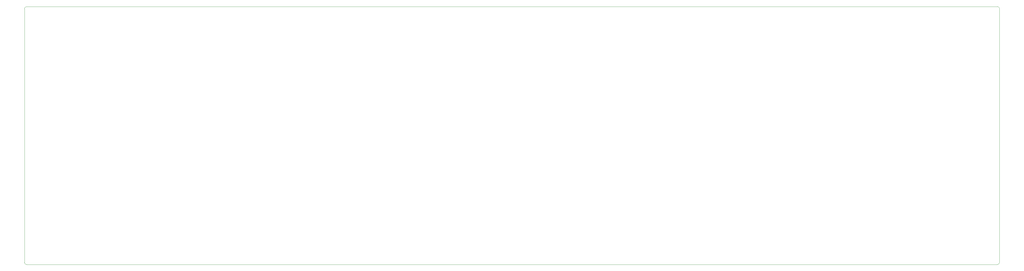
<source format=gbr>
G04 #@! TF.GenerationSoftware,KiCad,Pcbnew,(5.1.0)-1*
G04 #@! TF.CreationDate,2020-08-21T01:29:19+01:00*
G04 #@! TF.ProjectId,marcoboard,6d617263-6f62-46f6-9172-642e6b696361,rev?*
G04 #@! TF.SameCoordinates,Original*
G04 #@! TF.FileFunction,Profile,NP*
%FSLAX46Y46*%
G04 Gerber Fmt 4.6, Leading zero omitted, Abs format (unit mm)*
G04 Created by KiCad (PCBNEW (5.1.0)-1) date 2020-08-21 01:29:19*
%MOMM*%
%LPD*%
G04 APERTURE LIST*
%ADD10C,0.050000*%
G04 APERTURE END LIST*
D10*
X399550000Y-151450000D02*
G75*
G02X398800000Y-152200000I-750000J0D01*
G01*
X398800000Y-56950000D02*
G75*
G02X399550000Y-57700000I0J-750000D01*
G01*
X40650000Y-152200000D02*
G75*
G02X39900000Y-151450000I0J750000D01*
G01*
X39900000Y-57750000D02*
G75*
G02X40650000Y-57000000I750000J0D01*
G01*
X94750000Y-57000000D02*
X40650000Y-57000000D01*
X94750000Y-152200000D02*
X40650000Y-152200000D01*
X39900000Y-57750000D02*
X39900000Y-151450000D01*
X398800000Y-152200000D02*
X94750000Y-152200000D01*
X399550000Y-57700000D02*
X399550000Y-151450000D01*
X94750000Y-57000000D02*
X398800000Y-56950000D01*
M02*

</source>
